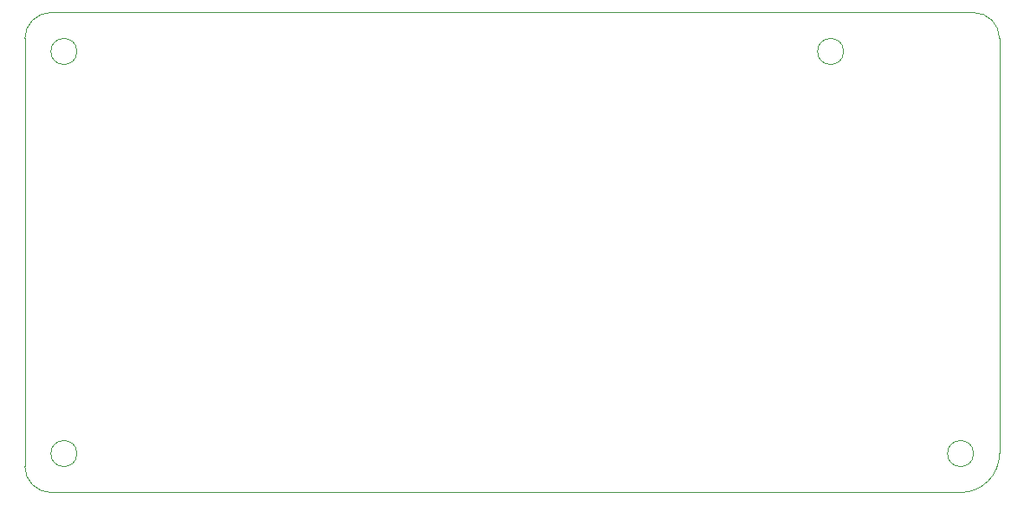
<source format=gbr>
%TF.GenerationSoftware,KiCad,Pcbnew,(5.1.9)-1*%
%TF.CreationDate,2021-06-15T18:17:50-05:00*%
%TF.ProjectId,SLKCAN,534c4b43-414e-42e6-9b69-6361645f7063,rev?*%
%TF.SameCoordinates,Original*%
%TF.FileFunction,Profile,NP*%
%FSLAX46Y46*%
G04 Gerber Fmt 4.6, Leading zero omitted, Abs format (unit mm)*
G04 Created by KiCad (PCBNEW (5.1.9)-1) date 2021-06-15 18:17:50*
%MOMM*%
%LPD*%
G01*
G04 APERTURE LIST*
%TA.AperFunction,Profile*%
%ADD10C,0.050000*%
%TD*%
%TA.AperFunction,Profile*%
%ADD11C,0.100000*%
%TD*%
G04 APERTURE END LIST*
D10*
X191770000Y-111760000D02*
G75*
G03*
X191770000Y-111760000I-1270000J0D01*
G01*
X179070000Y-72390000D02*
G75*
G03*
X179070000Y-72390000I-1270000J0D01*
G01*
X104140000Y-111760000D02*
G75*
G03*
X104140000Y-111760000I-1270000J0D01*
G01*
X104140000Y-72390000D02*
G75*
G03*
X104140000Y-72390000I-1270000J0D01*
G01*
D11*
X194310000Y-111760000D02*
X194310000Y-71120000D01*
X101600000Y-115570000D02*
X190500000Y-115570000D01*
X99060000Y-71120000D02*
X99060000Y-113030000D01*
X191770000Y-68580000D02*
X101600000Y-68580000D01*
X99060000Y-71120000D02*
G75*
G02*
X101600000Y-68580000I2540000J0D01*
G01*
X101600000Y-115570000D02*
G75*
G02*
X99060000Y-113030000I0J2540000D01*
G01*
X191770000Y-68580000D02*
G75*
G02*
X194310000Y-71120000I0J-2540000D01*
G01*
X194310000Y-111760000D02*
G75*
G02*
X190500000Y-115570000I-3810000J0D01*
G01*
M02*

</source>
